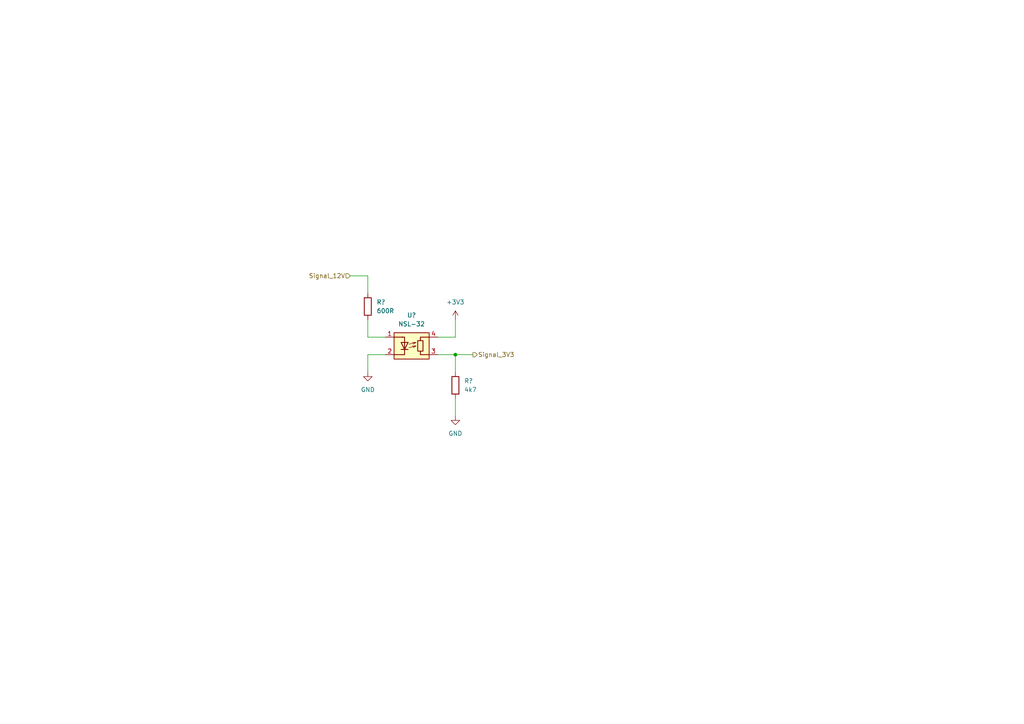
<source format=kicad_sch>
(kicad_sch (version 20211123) (generator eeschema)
  (paper "A4")
  (lib_symbols
    (symbol "Device:R" (pin_numbers hide) (pin_names (offset 0))
      (property "Reference" "R" (at 2.032 0 90))
      (property "Value" "R" (at 0 0 90))
      (symbol "R_0_1"
        (rectangle (start -1.016 -2.54) (end 1.016 2.54) (stroke (width 0.254)))
      )
      (symbol "R_1_1"
        (pin passive line (at 0 3.81 270) (length 1.27) (name "~") (number "1"))
        (pin passive line (at 0 -3.81 90) (length 1.27) (name "~") (number "2"))
      )
    )
    (symbol "Isolator:NSL-32" (pin_names (offset 0.762) hide)
      (property "Reference" "U" (at 0 5.08 0))
      (property "Value" "NSL-32" (at 0 -5.08 0))
      (symbol "NSL-32_0_1"
        (rectangle (start -5.08 3.81) (end 5.08 -3.81) (stroke (width 0.254)) (fill (type background)))
        (polyline (pts (xy -5.08 2.54) (xy -2.54 2.54)) (stroke (width 0.254)))
        (polyline (pts (xy -2.794 -2.54) (xy -5.08 -2.54)) (stroke (width 0.254)))
        (polyline (pts (xy -1.016 -1.016) (xy -3.048 -1.016) (xy -3.048 -1.016)) (stroke (width 0.254)))
        (polyline (pts (xy -0.762 -0.508) (xy 1.27 0) (xy 1.27 0)))
        (polyline (pts (xy -0.762 0.508) (xy 1.27 1.016) (xy 1.27 1.016)))
        (polyline (pts (xy 2.54 -1.524) (xy 2.54 -2.54) (xy 5.08 -2.54)) (stroke (width 0.254)))
        (polyline (pts (xy 2.54 1.524) (xy 2.54 2.54) (xy 5.08 2.54)) (stroke (width 0.254)))
        (polyline (pts (xy -2.794 -2.54) (xy -2.032 -2.54) (xy -2.032 2.54) (xy -2.794 2.54)) (stroke (width 0.254)))
        (polyline (pts (xy 0.254 0) (xy 1.27 0) (xy 0.508 -0.508) (xy 0.508 -0.508)))
        (polyline (pts (xy 0.254 1.016) (xy 1.27 1.016) (xy 0.508 0.508) (xy 0.508 0.508)))
        (polyline (pts (xy -1.016 1.016) (xy -3.048 1.016) (xy -2.032 -1.016) (xy -1.016 1.016) (xy -1.016 1.016) (xy -1.016 1.016)) (stroke (width 0.254)))
        (rectangle (start 1.778 1.524) (end 3.302 -1.524) (stroke (width 0.254)))
      )
      (symbol "NSL-32_1_1"
        (pin passive line (at -7.62 2.54 0) (length 2.54) (name "A") (number "1"))
        (pin passive line (at -7.62 -2.54 0) (length 2.54) (name "K") (number "2"))
        (pin passive line (at 7.62 -2.54 180) (length 2.54) (name "R") (number "3"))
        (pin passive line (at 7.62 2.54 180) (length 2.54) (name "R") (number "4"))
      )
    )
    (symbol "power:+3V3" (power) (pin_names (offset 0))
      (property "Value" "+3V3" (at 0 3.556 0))
      (symbol "+3V3_0_1"
        (polyline (pts (xy -0.762 1.27) (xy 0 2.54)))
        (polyline (pts (xy 0 0) (xy 0 2.54)))
        (polyline (pts (xy 0 2.54) (xy 0.762 1.27)))
      )
      (symbol "+3V3_1_1"
        (pin power_in line (at 0 0 90) (length 0) hide (name "+3V3") (number "1"))
      )
    )
    (symbol "power:GND" (power) (pin_names (offset 0))
      (property "Value" "GND" (at 0 -3.81 0))
      (symbol "GND_0_1"
        (polyline (pts (xy 0 0) (xy 0 -1.27) (xy 1.27 -1.27) (xy 0 -2.54) (xy -1.27 -1.27) (xy 0 -1.27)))
      )
      (symbol "GND_1_1"
        (pin power_in line (at 0 0 270) (length 0) hide (name "GND") (number "1"))
      )
    )
  )
  (junction (at 132.08 102.87))
  (wire (pts (xy 132.08 97.79) (xy 127 97.79)))
  (wire (pts (xy 106.68 97.79) (xy 111.76 97.79)))
  (wire (pts (xy 132.08 115.57) (xy 132.08 120.65)))
  (wire (pts (xy 127 102.87) (xy 132.08 102.87)))
  (wire (pts (xy 111.76 102.87) (xy 106.68 102.87)))
  (wire (pts (xy 106.68 80.01) (xy 106.68 85.09)))
  (wire (pts (xy 106.68 92.71) (xy 106.68 97.79)))
  (wire (pts (xy 101.6 80.01) (xy 106.68 80.01)))
  (wire (pts (xy 132.08 102.87) (xy 137.16 102.87)))
  (wire (pts (xy 132.08 102.87) (xy 132.08 107.95)))
  (wire (pts (xy 132.08 92.71) (xy 132.08 97.79)))
  (wire (pts (xy 106.68 102.87) (xy 106.68 107.95)))
  (hierarchical_label "Signal_12V" (shape input) (at 101.6 80.01 180))
  (hierarchical_label "Signal_3V3" (shape output) (at 137.16 102.87 0))
  (symbol (lib_id "power:+3V3") (at 132.08 92.71 0) (unit 1)
    (property "Reference" "#PWR?" (effects hide))
    (property "Value" "+3V3" (at 132.08 87.63 0))
  )
  (symbol (lib_id "Device:R") (at 106.68 88.9 0) (unit 1)
    (property "Reference" "R?" (at 109.22 87.6299 0) (effects (justify left)))
    (property "Value" "600R" (at 109.22 90.1699 0) (effects (justify left)))
  )
  (symbol (lib_id "Isolator:NSL-32") (at 119.38 100.33 0) (unit 1)
    (property "Reference" "U?" (at 119.38 91.44 0))
    (property "Value" "NSL-32" (at 119.38 93.98 0))
    (property "Footprint" "OptoDevice:Luna_NSL-32" (effects hide))
    (property "Datasheet" "http://lunainc.com/wp-content/uploads/2016/06/NSL-32.pdf" (effects hide))
  )
  (symbol (lib_id "Device:R") (at 132.08 111.76 0) (unit 1)
    (property "Reference" "R?" (at 134.62 110.4899 0) (effects (justify left)))
    (property "Value" "4k7" (at 134.62 113.0299 0) (effects (justify left)))
  )
  (symbol (lib_id "power:GND") (at 106.68 107.95 0) (unit 1)
    (property "Reference" "#PWR?" (effects hide))
    (property "Value" "GND" (at 106.68 113.03 0))
  )
  (symbol (lib_id "power:GND") (at 132.08 120.65 0) (unit 1)
    (property "Reference" "#PWR?" (effects hide))
    (property "Value" "GND" (at 132.08 125.73 0))
  )
)
</source>
